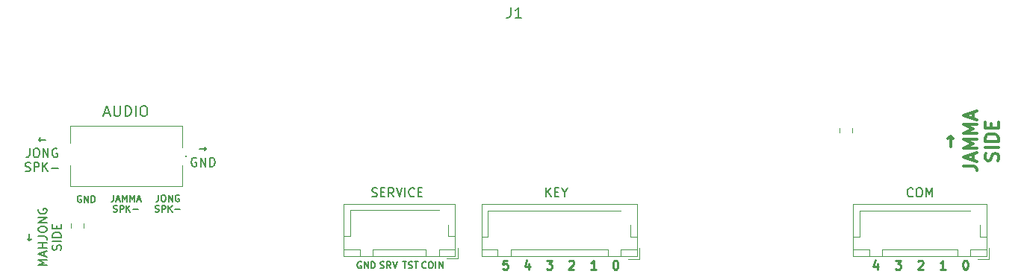
<source format=gbr>
%TF.GenerationSoftware,KiCad,Pcbnew,(6.0.8)*%
%TF.CreationDate,2022-12-30T17:29:19+02:00*%
%TF.ProjectId,mahjong_jamma_adapter,6d61686a-6f6e-4675-9f6a-616d6d615f61,rev?*%
%TF.SameCoordinates,Original*%
%TF.FileFunction,Legend,Top*%
%TF.FilePolarity,Positive*%
%FSLAX46Y46*%
G04 Gerber Fmt 4.6, Leading zero omitted, Abs format (unit mm)*
G04 Created by KiCad (PCBNEW (6.0.8)) date 2022-12-30 17:29:19*
%MOMM*%
%LPD*%
G01*
G04 APERTURE LIST*
%ADD10C,0.250000*%
%ADD11C,0.150000*%
%ADD12C,0.200000*%
%ADD13C,0.300000*%
%ADD14C,0.120000*%
%ADD15C,0.100000*%
G04 APERTURE END LIST*
D10*
X132452380Y-70452380D02*
X132547619Y-70452380D01*
X132642857Y-70500000D01*
X132690476Y-70547619D01*
X132738095Y-70642857D01*
X132785714Y-70833333D01*
X132785714Y-71071428D01*
X132738095Y-71261904D01*
X132690476Y-71357142D01*
X132642857Y-71404761D01*
X132547619Y-71452380D01*
X132452380Y-71452380D01*
X132357142Y-71404761D01*
X132309523Y-71357142D01*
X132261904Y-71261904D01*
X132214285Y-71071428D01*
X132214285Y-70833333D01*
X132261904Y-70642857D01*
X132309523Y-70547619D01*
X132357142Y-70500000D01*
X132452380Y-70452380D01*
D11*
X103667999Y-70625000D02*
X103596570Y-70589285D01*
X103489428Y-70589285D01*
X103382285Y-70625000D01*
X103310856Y-70696428D01*
X103275142Y-70767857D01*
X103239428Y-70910714D01*
X103239428Y-71017857D01*
X103275142Y-71160714D01*
X103310856Y-71232142D01*
X103382285Y-71303571D01*
X103489428Y-71339285D01*
X103560856Y-71339285D01*
X103667999Y-71303571D01*
X103703713Y-71267857D01*
X103703713Y-71017857D01*
X103560856Y-71017857D01*
X104025142Y-71339285D02*
X104025142Y-70589285D01*
X104453713Y-71339285D01*
X104453713Y-70589285D01*
X104810856Y-71339285D02*
X104810856Y-70589285D01*
X104989428Y-70589285D01*
X105096570Y-70625000D01*
X105167999Y-70696428D01*
X105203713Y-70767857D01*
X105239428Y-70910714D01*
X105239428Y-71017857D01*
X105203713Y-71160714D01*
X105167999Y-71232142D01*
X105096570Y-71303571D01*
X104989428Y-71339285D01*
X104810856Y-71339285D01*
X105839285Y-71303571D02*
X105946428Y-71339285D01*
X106125000Y-71339285D01*
X106196428Y-71303571D01*
X106232142Y-71267857D01*
X106267857Y-71196428D01*
X106267857Y-71125000D01*
X106232142Y-71053571D01*
X106196428Y-71017857D01*
X106125000Y-70982142D01*
X105982142Y-70946428D01*
X105910714Y-70910714D01*
X105875000Y-70875000D01*
X105839285Y-70803571D01*
X105839285Y-70732142D01*
X105875000Y-70660714D01*
X105910714Y-70625000D01*
X105982142Y-70589285D01*
X106160714Y-70589285D01*
X106267857Y-70625000D01*
X107017857Y-71339285D02*
X106767857Y-70982142D01*
X106589285Y-71339285D02*
X106589285Y-70589285D01*
X106875000Y-70589285D01*
X106946428Y-70625000D01*
X106982142Y-70660714D01*
X107017857Y-70732142D01*
X107017857Y-70839285D01*
X106982142Y-70910714D01*
X106946428Y-70946428D01*
X106875000Y-70982142D01*
X106589285Y-70982142D01*
X107232142Y-70589285D02*
X107482142Y-71339285D01*
X107732142Y-70589285D01*
D12*
X85369047Y-57766428D02*
X86130952Y-57766428D01*
X85940476Y-57956904D02*
X86130952Y-57766428D01*
X85940476Y-57575952D01*
X84988095Y-58805000D02*
X84892857Y-58757380D01*
X84750000Y-58757380D01*
X84607142Y-58805000D01*
X84511904Y-58900238D01*
X84464285Y-58995476D01*
X84416666Y-59185952D01*
X84416666Y-59328809D01*
X84464285Y-59519285D01*
X84511904Y-59614523D01*
X84607142Y-59709761D01*
X84750000Y-59757380D01*
X84845238Y-59757380D01*
X84988095Y-59709761D01*
X85035714Y-59662142D01*
X85035714Y-59328809D01*
X84845238Y-59328809D01*
X85464285Y-59757380D02*
X85464285Y-58757380D01*
X86035714Y-59757380D01*
X86035714Y-58757380D01*
X86511904Y-59757380D02*
X86511904Y-58757380D01*
X86750000Y-58757380D01*
X86892857Y-58805000D01*
X86988095Y-58900238D01*
X87035714Y-58995476D01*
X87083333Y-59185952D01*
X87083333Y-59328809D01*
X87035714Y-59519285D01*
X86988095Y-59614523D01*
X86892857Y-59709761D01*
X86750000Y-59757380D01*
X86511904Y-59757380D01*
D10*
X162190476Y-70785714D02*
X162190476Y-71452380D01*
X161952380Y-70404761D02*
X161714285Y-71119047D01*
X162333333Y-71119047D01*
X164206666Y-70452380D02*
X164825714Y-70452380D01*
X164492380Y-70833333D01*
X164635238Y-70833333D01*
X164730476Y-70880952D01*
X164778095Y-70928571D01*
X164825714Y-71023809D01*
X164825714Y-71261904D01*
X164778095Y-71357142D01*
X164730476Y-71404761D01*
X164635238Y-71452380D01*
X164349523Y-71452380D01*
X164254285Y-71404761D01*
X164206666Y-71357142D01*
D11*
X111017857Y-71267857D02*
X110982142Y-71303571D01*
X110875000Y-71339285D01*
X110803571Y-71339285D01*
X110696428Y-71303571D01*
X110625000Y-71232142D01*
X110589285Y-71160714D01*
X110553571Y-71017857D01*
X110553571Y-70910714D01*
X110589285Y-70767857D01*
X110625000Y-70696428D01*
X110696428Y-70625000D01*
X110803571Y-70589285D01*
X110875000Y-70589285D01*
X110982142Y-70625000D01*
X111017857Y-70660714D01*
X111482142Y-70589285D02*
X111625000Y-70589285D01*
X111696428Y-70625000D01*
X111767857Y-70696428D01*
X111803571Y-70839285D01*
X111803571Y-71089285D01*
X111767857Y-71232142D01*
X111696428Y-71303571D01*
X111625000Y-71339285D01*
X111482142Y-71339285D01*
X111410714Y-71303571D01*
X111339285Y-71232142D01*
X111303571Y-71089285D01*
X111303571Y-70839285D01*
X111339285Y-70696428D01*
X111410714Y-70625000D01*
X111482142Y-70589285D01*
X112125000Y-71339285D02*
X112125000Y-70589285D01*
X112482142Y-71339285D02*
X112482142Y-70589285D01*
X112910714Y-71339285D01*
X112910714Y-70589285D01*
D10*
X169905714Y-71452380D02*
X169334285Y-71452380D01*
X169620000Y-71452380D02*
X169620000Y-70452380D01*
X169524761Y-70595238D01*
X169429523Y-70690476D01*
X169334285Y-70738095D01*
D11*
X75607142Y-62985535D02*
X75607142Y-63521250D01*
X75571428Y-63628392D01*
X75500000Y-63699821D01*
X75392857Y-63735535D01*
X75321428Y-63735535D01*
X75928571Y-63521250D02*
X76285714Y-63521250D01*
X75857142Y-63735535D02*
X76107142Y-62985535D01*
X76357142Y-63735535D01*
X76607142Y-63735535D02*
X76607142Y-62985535D01*
X76857142Y-63521250D01*
X77107142Y-62985535D01*
X77107142Y-63735535D01*
X77464285Y-63735535D02*
X77464285Y-62985535D01*
X77714285Y-63521250D01*
X77964285Y-62985535D01*
X77964285Y-63735535D01*
X78285714Y-63521250D02*
X78642857Y-63521250D01*
X78214285Y-63735535D02*
X78464285Y-62985535D01*
X78714285Y-63735535D01*
X75571428Y-64907321D02*
X75678571Y-64943035D01*
X75857142Y-64943035D01*
X75928571Y-64907321D01*
X75964285Y-64871607D01*
X76000000Y-64800178D01*
X76000000Y-64728750D01*
X75964285Y-64657321D01*
X75928571Y-64621607D01*
X75857142Y-64585892D01*
X75714285Y-64550178D01*
X75642857Y-64514464D01*
X75607142Y-64478750D01*
X75571428Y-64407321D01*
X75571428Y-64335892D01*
X75607142Y-64264464D01*
X75642857Y-64228750D01*
X75714285Y-64193035D01*
X75892857Y-64193035D01*
X76000000Y-64228750D01*
X76321428Y-64943035D02*
X76321428Y-64193035D01*
X76607142Y-64193035D01*
X76678571Y-64228750D01*
X76714285Y-64264464D01*
X76750000Y-64335892D01*
X76750000Y-64443035D01*
X76714285Y-64514464D01*
X76678571Y-64550178D01*
X76607142Y-64585892D01*
X76321428Y-64585892D01*
X77071428Y-64943035D02*
X77071428Y-64193035D01*
X77500000Y-64943035D02*
X77178571Y-64514464D01*
X77500000Y-64193035D02*
X77071428Y-64621607D01*
X77821428Y-64657321D02*
X78392857Y-64657321D01*
D10*
X166798285Y-70547619D02*
X166845904Y-70500000D01*
X166941142Y-70452380D01*
X167179238Y-70452380D01*
X167274476Y-70500000D01*
X167322095Y-70547619D01*
X167369714Y-70642857D01*
X167369714Y-70738095D01*
X167322095Y-70880952D01*
X166750666Y-71452380D01*
X167369714Y-71452380D01*
X124666666Y-70452380D02*
X125285714Y-70452380D01*
X124952380Y-70833333D01*
X125095238Y-70833333D01*
X125190476Y-70880952D01*
X125238095Y-70928571D01*
X125285714Y-71023809D01*
X125285714Y-71261904D01*
X125238095Y-71357142D01*
X125190476Y-71404761D01*
X125095238Y-71452380D01*
X124809523Y-71452380D01*
X124714285Y-71404761D01*
X124666666Y-71357142D01*
X127214285Y-70547619D02*
X127261904Y-70500000D01*
X127357142Y-70452380D01*
X127595238Y-70452380D01*
X127690476Y-70500000D01*
X127738095Y-70547619D01*
X127785714Y-70642857D01*
X127785714Y-70738095D01*
X127738095Y-70880952D01*
X127166666Y-71452380D01*
X127785714Y-71452380D01*
D12*
X67880952Y-56711428D02*
X67119047Y-56711428D01*
X67309523Y-56901904D02*
X67119047Y-56711428D01*
X67309523Y-56520952D01*
X66095238Y-57702380D02*
X66095238Y-58416666D01*
X66047619Y-58559523D01*
X65952380Y-58654761D01*
X65809523Y-58702380D01*
X65714285Y-58702380D01*
X66761904Y-57702380D02*
X66952380Y-57702380D01*
X67047619Y-57750000D01*
X67142857Y-57845238D01*
X67190476Y-58035714D01*
X67190476Y-58369047D01*
X67142857Y-58559523D01*
X67047619Y-58654761D01*
X66952380Y-58702380D01*
X66761904Y-58702380D01*
X66666666Y-58654761D01*
X66571428Y-58559523D01*
X66523809Y-58369047D01*
X66523809Y-58035714D01*
X66571428Y-57845238D01*
X66666666Y-57750000D01*
X66761904Y-57702380D01*
X67619047Y-58702380D02*
X67619047Y-57702380D01*
X68190476Y-58702380D01*
X68190476Y-57702380D01*
X69190476Y-57750000D02*
X69095238Y-57702380D01*
X68952380Y-57702380D01*
X68809523Y-57750000D01*
X68714285Y-57845238D01*
X68666666Y-57940476D01*
X68619047Y-58130952D01*
X68619047Y-58273809D01*
X68666666Y-58464285D01*
X68714285Y-58559523D01*
X68809523Y-58654761D01*
X68952380Y-58702380D01*
X69047619Y-58702380D01*
X69190476Y-58654761D01*
X69238095Y-58607142D01*
X69238095Y-58273809D01*
X69047619Y-58273809D01*
X65595238Y-60264761D02*
X65738095Y-60312380D01*
X65976190Y-60312380D01*
X66071428Y-60264761D01*
X66119047Y-60217142D01*
X66166666Y-60121904D01*
X66166666Y-60026666D01*
X66119047Y-59931428D01*
X66071428Y-59883809D01*
X65976190Y-59836190D01*
X65785714Y-59788571D01*
X65690476Y-59740952D01*
X65642857Y-59693333D01*
X65595238Y-59598095D01*
X65595238Y-59502857D01*
X65642857Y-59407619D01*
X65690476Y-59360000D01*
X65785714Y-59312380D01*
X66023809Y-59312380D01*
X66166666Y-59360000D01*
X66595238Y-60312380D02*
X66595238Y-59312380D01*
X66976190Y-59312380D01*
X67071428Y-59360000D01*
X67119047Y-59407619D01*
X67166666Y-59502857D01*
X67166666Y-59645714D01*
X67119047Y-59740952D01*
X67071428Y-59788571D01*
X66976190Y-59836190D01*
X66595238Y-59836190D01*
X67595238Y-60312380D02*
X67595238Y-59312380D01*
X68166666Y-60312380D02*
X67738095Y-59740952D01*
X68166666Y-59312380D02*
X67595238Y-59883809D01*
X68595238Y-59931428D02*
X69357142Y-59931428D01*
X66061428Y-67419047D02*
X66061428Y-68180952D01*
X66251904Y-67990476D02*
X66061428Y-68180952D01*
X65870952Y-67990476D01*
X68052380Y-71014285D02*
X67052380Y-71014285D01*
X67766666Y-70680952D01*
X67052380Y-70347619D01*
X68052380Y-70347619D01*
X67766666Y-69919047D02*
X67766666Y-69442857D01*
X68052380Y-70014285D02*
X67052380Y-69680952D01*
X68052380Y-69347619D01*
X68052380Y-69014285D02*
X67052380Y-69014285D01*
X67528571Y-69014285D02*
X67528571Y-68442857D01*
X68052380Y-68442857D02*
X67052380Y-68442857D01*
X67052380Y-67680952D02*
X67766666Y-67680952D01*
X67909523Y-67728571D01*
X68004761Y-67823809D01*
X68052380Y-67966666D01*
X68052380Y-68061904D01*
X67052380Y-67014285D02*
X67052380Y-66823809D01*
X67100000Y-66728571D01*
X67195238Y-66633333D01*
X67385714Y-66585714D01*
X67719047Y-66585714D01*
X67909523Y-66633333D01*
X68004761Y-66728571D01*
X68052380Y-66823809D01*
X68052380Y-67014285D01*
X68004761Y-67109523D01*
X67909523Y-67204761D01*
X67719047Y-67252380D01*
X67385714Y-67252380D01*
X67195238Y-67204761D01*
X67100000Y-67109523D01*
X67052380Y-67014285D01*
X68052380Y-66157142D02*
X67052380Y-66157142D01*
X68052380Y-65585714D01*
X67052380Y-65585714D01*
X67100000Y-64585714D02*
X67052380Y-64680952D01*
X67052380Y-64823809D01*
X67100000Y-64966666D01*
X67195238Y-65061904D01*
X67290476Y-65109523D01*
X67480952Y-65157142D01*
X67623809Y-65157142D01*
X67814285Y-65109523D01*
X67909523Y-65061904D01*
X68004761Y-64966666D01*
X68052380Y-64823809D01*
X68052380Y-64728571D01*
X68004761Y-64585714D01*
X67957142Y-64538095D01*
X67623809Y-64538095D01*
X67623809Y-64728571D01*
X69614761Y-69276190D02*
X69662380Y-69133333D01*
X69662380Y-68895238D01*
X69614761Y-68800000D01*
X69567142Y-68752380D01*
X69471904Y-68704761D01*
X69376666Y-68704761D01*
X69281428Y-68752380D01*
X69233809Y-68800000D01*
X69186190Y-68895238D01*
X69138571Y-69085714D01*
X69090952Y-69180952D01*
X69043333Y-69228571D01*
X68948095Y-69276190D01*
X68852857Y-69276190D01*
X68757619Y-69228571D01*
X68710000Y-69180952D01*
X68662380Y-69085714D01*
X68662380Y-68847619D01*
X68710000Y-68704761D01*
X69662380Y-68276190D02*
X68662380Y-68276190D01*
X69662380Y-67800000D02*
X68662380Y-67800000D01*
X68662380Y-67561904D01*
X68710000Y-67419047D01*
X68805238Y-67323809D01*
X68900476Y-67276190D01*
X69090952Y-67228571D01*
X69233809Y-67228571D01*
X69424285Y-67276190D01*
X69519523Y-67323809D01*
X69614761Y-67419047D01*
X69662380Y-67561904D01*
X69662380Y-67800000D01*
X69138571Y-66800000D02*
X69138571Y-66466666D01*
X69662380Y-66323809D02*
X69662380Y-66800000D01*
X68662380Y-66800000D01*
X68662380Y-66323809D01*
D10*
X120238095Y-70452380D02*
X119761904Y-70452380D01*
X119714285Y-70928571D01*
X119761904Y-70880952D01*
X119857142Y-70833333D01*
X120095238Y-70833333D01*
X120190476Y-70880952D01*
X120238095Y-70928571D01*
X120285714Y-71023809D01*
X120285714Y-71261904D01*
X120238095Y-71357142D01*
X120190476Y-71404761D01*
X120095238Y-71452380D01*
X119857142Y-71452380D01*
X119761904Y-71404761D01*
X119714285Y-71357142D01*
D11*
X80696428Y-62985535D02*
X80696428Y-63521250D01*
X80660714Y-63628392D01*
X80589285Y-63699821D01*
X80482142Y-63735535D01*
X80410714Y-63735535D01*
X81196428Y-62985535D02*
X81339285Y-62985535D01*
X81410714Y-63021250D01*
X81482142Y-63092678D01*
X81517857Y-63235535D01*
X81517857Y-63485535D01*
X81482142Y-63628392D01*
X81410714Y-63699821D01*
X81339285Y-63735535D01*
X81196428Y-63735535D01*
X81125000Y-63699821D01*
X81053571Y-63628392D01*
X81017857Y-63485535D01*
X81017857Y-63235535D01*
X81053571Y-63092678D01*
X81125000Y-63021250D01*
X81196428Y-62985535D01*
X81839285Y-63735535D02*
X81839285Y-62985535D01*
X82267857Y-63735535D01*
X82267857Y-62985535D01*
X83017857Y-63021250D02*
X82946428Y-62985535D01*
X82839285Y-62985535D01*
X82732142Y-63021250D01*
X82660714Y-63092678D01*
X82625000Y-63164107D01*
X82589285Y-63306964D01*
X82589285Y-63414107D01*
X82625000Y-63556964D01*
X82660714Y-63628392D01*
X82732142Y-63699821D01*
X82839285Y-63735535D01*
X82910714Y-63735535D01*
X83017857Y-63699821D01*
X83053571Y-63664107D01*
X83053571Y-63414107D01*
X82910714Y-63414107D01*
X80321428Y-64907321D02*
X80428571Y-64943035D01*
X80607142Y-64943035D01*
X80678571Y-64907321D01*
X80714285Y-64871607D01*
X80750000Y-64800178D01*
X80750000Y-64728750D01*
X80714285Y-64657321D01*
X80678571Y-64621607D01*
X80607142Y-64585892D01*
X80464285Y-64550178D01*
X80392857Y-64514464D01*
X80357142Y-64478750D01*
X80321428Y-64407321D01*
X80321428Y-64335892D01*
X80357142Y-64264464D01*
X80392857Y-64228750D01*
X80464285Y-64193035D01*
X80642857Y-64193035D01*
X80750000Y-64228750D01*
X81071428Y-64943035D02*
X81071428Y-64193035D01*
X81357142Y-64193035D01*
X81428571Y-64228750D01*
X81464285Y-64264464D01*
X81500000Y-64335892D01*
X81500000Y-64443035D01*
X81464285Y-64514464D01*
X81428571Y-64550178D01*
X81357142Y-64585892D01*
X81071428Y-64585892D01*
X81821428Y-64943035D02*
X81821428Y-64193035D01*
X82250000Y-64943035D02*
X81928571Y-64514464D01*
X82250000Y-64193035D02*
X81821428Y-64621607D01*
X82571428Y-64657321D02*
X83142857Y-64657321D01*
D13*
X170492142Y-57471428D02*
X170492142Y-56328571D01*
X170777857Y-56614285D02*
X170492142Y-56328571D01*
X170206428Y-56614285D01*
X171978571Y-59685714D02*
X173050000Y-59685714D01*
X173264285Y-59757142D01*
X173407142Y-59900000D01*
X173478571Y-60114285D01*
X173478571Y-60257142D01*
X173050000Y-59042857D02*
X173050000Y-58328571D01*
X173478571Y-59185714D02*
X171978571Y-58685714D01*
X173478571Y-58185714D01*
X173478571Y-57685714D02*
X171978571Y-57685714D01*
X173050000Y-57185714D01*
X171978571Y-56685714D01*
X173478571Y-56685714D01*
X173478571Y-55971428D02*
X171978571Y-55971428D01*
X173050000Y-55471428D01*
X171978571Y-54971428D01*
X173478571Y-54971428D01*
X173050000Y-54328571D02*
X173050000Y-53614285D01*
X173478571Y-54471428D02*
X171978571Y-53971428D01*
X173478571Y-53471428D01*
X175822142Y-59114285D02*
X175893571Y-58900000D01*
X175893571Y-58542857D01*
X175822142Y-58400000D01*
X175750714Y-58328571D01*
X175607857Y-58257142D01*
X175465000Y-58257142D01*
X175322142Y-58328571D01*
X175250714Y-58400000D01*
X175179285Y-58542857D01*
X175107857Y-58828571D01*
X175036428Y-58971428D01*
X174965000Y-59042857D01*
X174822142Y-59114285D01*
X174679285Y-59114285D01*
X174536428Y-59042857D01*
X174465000Y-58971428D01*
X174393571Y-58828571D01*
X174393571Y-58471428D01*
X174465000Y-58257142D01*
X175893571Y-57614285D02*
X174393571Y-57614285D01*
X175893571Y-56900000D02*
X174393571Y-56900000D01*
X174393571Y-56542857D01*
X174465000Y-56328571D01*
X174607857Y-56185714D01*
X174750714Y-56114285D01*
X175036428Y-56042857D01*
X175250714Y-56042857D01*
X175536428Y-56114285D01*
X175679285Y-56185714D01*
X175822142Y-56328571D01*
X175893571Y-56542857D01*
X175893571Y-56900000D01*
X175107857Y-55400000D02*
X175107857Y-54900000D01*
X175893571Y-54685714D02*
X175893571Y-55400000D01*
X174393571Y-55400000D01*
X174393571Y-54685714D01*
D10*
X122690476Y-70785714D02*
X122690476Y-71452380D01*
X122452380Y-70404761D02*
X122214285Y-71119047D01*
X122833333Y-71119047D01*
X172112380Y-70452380D02*
X172207619Y-70452380D01*
X172302857Y-70500000D01*
X172350476Y-70547619D01*
X172398095Y-70642857D01*
X172445714Y-70833333D01*
X172445714Y-71071428D01*
X172398095Y-71261904D01*
X172350476Y-71357142D01*
X172302857Y-71404761D01*
X172207619Y-71452380D01*
X172112380Y-71452380D01*
X172017142Y-71404761D01*
X171969523Y-71357142D01*
X171921904Y-71261904D01*
X171874285Y-71071428D01*
X171874285Y-70833333D01*
X171921904Y-70642857D01*
X171969523Y-70547619D01*
X172017142Y-70500000D01*
X172112380Y-70452380D01*
D11*
X71928571Y-63125000D02*
X71857142Y-63089285D01*
X71750000Y-63089285D01*
X71642857Y-63125000D01*
X71571428Y-63196428D01*
X71535714Y-63267857D01*
X71500000Y-63410714D01*
X71500000Y-63517857D01*
X71535714Y-63660714D01*
X71571428Y-63732142D01*
X71642857Y-63803571D01*
X71750000Y-63839285D01*
X71821428Y-63839285D01*
X71928571Y-63803571D01*
X71964285Y-63767857D01*
X71964285Y-63517857D01*
X71821428Y-63517857D01*
X72285714Y-63839285D02*
X72285714Y-63089285D01*
X72714285Y-63839285D01*
X72714285Y-63089285D01*
X73071428Y-63839285D02*
X73071428Y-63089285D01*
X73250000Y-63089285D01*
X73357142Y-63125000D01*
X73428571Y-63196428D01*
X73464285Y-63267857D01*
X73500000Y-63410714D01*
X73500000Y-63517857D01*
X73464285Y-63660714D01*
X73428571Y-63732142D01*
X73357142Y-63803571D01*
X73250000Y-63839285D01*
X73071428Y-63839285D01*
X108392857Y-70589285D02*
X108821428Y-70589285D01*
X108607142Y-71339285D02*
X108607142Y-70589285D01*
X109035714Y-71303571D02*
X109142857Y-71339285D01*
X109321428Y-71339285D01*
X109392857Y-71303571D01*
X109428571Y-71267857D01*
X109464285Y-71196428D01*
X109464285Y-71125000D01*
X109428571Y-71053571D01*
X109392857Y-71017857D01*
X109321428Y-70982142D01*
X109178571Y-70946428D01*
X109107142Y-70910714D01*
X109071428Y-70875000D01*
X109035714Y-70803571D01*
X109035714Y-70732142D01*
X109071428Y-70660714D01*
X109107142Y-70625000D01*
X109178571Y-70589285D01*
X109357142Y-70589285D01*
X109464285Y-70625000D01*
X109678571Y-70589285D02*
X110107142Y-70589285D01*
X109892857Y-71339285D02*
X109892857Y-70589285D01*
D10*
X130285714Y-71452380D02*
X129714285Y-71452380D01*
X130000000Y-71452380D02*
X130000000Y-70452380D01*
X129904761Y-70595238D01*
X129809523Y-70690476D01*
X129714285Y-70738095D01*
D11*
%TO.C,SERVICE*%
X104892857Y-63154761D02*
X105035714Y-63202380D01*
X105273809Y-63202380D01*
X105369047Y-63154761D01*
X105416666Y-63107142D01*
X105464285Y-63011904D01*
X105464285Y-62916666D01*
X105416666Y-62821428D01*
X105369047Y-62773809D01*
X105273809Y-62726190D01*
X105083333Y-62678571D01*
X104988095Y-62630952D01*
X104940476Y-62583333D01*
X104892857Y-62488095D01*
X104892857Y-62392857D01*
X104940476Y-62297619D01*
X104988095Y-62250000D01*
X105083333Y-62202380D01*
X105321428Y-62202380D01*
X105464285Y-62250000D01*
X105892857Y-62678571D02*
X106226190Y-62678571D01*
X106369047Y-63202380D02*
X105892857Y-63202380D01*
X105892857Y-62202380D01*
X106369047Y-62202380D01*
X107369047Y-63202380D02*
X107035714Y-62726190D01*
X106797619Y-63202380D02*
X106797619Y-62202380D01*
X107178571Y-62202380D01*
X107273809Y-62250000D01*
X107321428Y-62297619D01*
X107369047Y-62392857D01*
X107369047Y-62535714D01*
X107321428Y-62630952D01*
X107273809Y-62678571D01*
X107178571Y-62726190D01*
X106797619Y-62726190D01*
X107654761Y-62202380D02*
X107988095Y-63202380D01*
X108321428Y-62202380D01*
X108654761Y-63202380D02*
X108654761Y-62202380D01*
X109702380Y-63107142D02*
X109654761Y-63154761D01*
X109511904Y-63202380D01*
X109416666Y-63202380D01*
X109273809Y-63154761D01*
X109178571Y-63059523D01*
X109130952Y-62964285D01*
X109083333Y-62773809D01*
X109083333Y-62630952D01*
X109130952Y-62440476D01*
X109178571Y-62345238D01*
X109273809Y-62250000D01*
X109416666Y-62202380D01*
X109511904Y-62202380D01*
X109654761Y-62250000D01*
X109702380Y-62297619D01*
X110130952Y-62678571D02*
X110464285Y-62678571D01*
X110607142Y-63202380D02*
X110130952Y-63202380D01*
X110130952Y-62202380D01*
X110607142Y-62202380D01*
%TO.C,AUDIO*%
X74571428Y-53700000D02*
X75142857Y-53700000D01*
X74457142Y-54042857D02*
X74857142Y-52842857D01*
X75257142Y-54042857D01*
X75657142Y-52842857D02*
X75657142Y-53814285D01*
X75714285Y-53928571D01*
X75771428Y-53985714D01*
X75885714Y-54042857D01*
X76114285Y-54042857D01*
X76228571Y-53985714D01*
X76285714Y-53928571D01*
X76342857Y-53814285D01*
X76342857Y-52842857D01*
X76914285Y-54042857D02*
X76914285Y-52842857D01*
X77200000Y-52842857D01*
X77371428Y-52900000D01*
X77485714Y-53014285D01*
X77542857Y-53128571D01*
X77600000Y-53357142D01*
X77600000Y-53528571D01*
X77542857Y-53757142D01*
X77485714Y-53871428D01*
X77371428Y-53985714D01*
X77200000Y-54042857D01*
X76914285Y-54042857D01*
X78114285Y-54042857D02*
X78114285Y-52842857D01*
X78914285Y-52842857D02*
X79142857Y-52842857D01*
X79257142Y-52900000D01*
X79371428Y-53014285D01*
X79428571Y-53242857D01*
X79428571Y-53642857D01*
X79371428Y-53871428D01*
X79257142Y-53985714D01*
X79142857Y-54042857D01*
X78914285Y-54042857D01*
X78800000Y-53985714D01*
X78685714Y-53871428D01*
X78628571Y-53642857D01*
X78628571Y-53242857D01*
X78685714Y-53014285D01*
X78800000Y-52900000D01*
X78914285Y-52842857D01*
%TO.C,COM*%
X166214285Y-63107142D02*
X166166666Y-63154761D01*
X166023809Y-63202380D01*
X165928571Y-63202380D01*
X165785714Y-63154761D01*
X165690476Y-63059523D01*
X165642857Y-62964285D01*
X165595238Y-62773809D01*
X165595238Y-62630952D01*
X165642857Y-62440476D01*
X165690476Y-62345238D01*
X165785714Y-62250000D01*
X165928571Y-62202380D01*
X166023809Y-62202380D01*
X166166666Y-62250000D01*
X166214285Y-62297619D01*
X166833333Y-62202380D02*
X167023809Y-62202380D01*
X167119047Y-62250000D01*
X167214285Y-62345238D01*
X167261904Y-62535714D01*
X167261904Y-62869047D01*
X167214285Y-63059523D01*
X167119047Y-63154761D01*
X167023809Y-63202380D01*
X166833333Y-63202380D01*
X166738095Y-63154761D01*
X166642857Y-63059523D01*
X166595238Y-62869047D01*
X166595238Y-62535714D01*
X166642857Y-62345238D01*
X166738095Y-62250000D01*
X166833333Y-62202380D01*
X167690476Y-63202380D02*
X167690476Y-62202380D01*
X168023809Y-62916666D01*
X168357142Y-62202380D01*
X168357142Y-63202380D01*
%TO.C,KEY*%
X124607142Y-63202380D02*
X124607142Y-62202380D01*
X125178571Y-63202380D02*
X124750000Y-62630952D01*
X125178571Y-62202380D02*
X124607142Y-62773809D01*
X125607142Y-62678571D02*
X125940476Y-62678571D01*
X126083333Y-63202380D02*
X125607142Y-63202380D01*
X125607142Y-62202380D01*
X126083333Y-62202380D01*
X126702380Y-62726190D02*
X126702380Y-63202380D01*
X126369047Y-62202380D02*
X126702380Y-62726190D01*
X127035714Y-62202380D01*
%TO.C,J1*%
X120620000Y-41642857D02*
X120620000Y-42500000D01*
X120562857Y-42671428D01*
X120448571Y-42785714D01*
X120277142Y-42842857D01*
X120162857Y-42842857D01*
X121820000Y-42842857D02*
X121134285Y-42842857D01*
X121477142Y-42842857D02*
X121477142Y-41642857D01*
X121362857Y-41814285D01*
X121248571Y-41928571D01*
X121134285Y-41985714D01*
D14*
%TO.C,SERVICE*%
X101690000Y-63990000D02*
X101690000Y-69960000D01*
X114300000Y-69950000D02*
X114300000Y-69200000D01*
X105000000Y-69950000D02*
X111000000Y-69950000D01*
X103500000Y-69200000D02*
X101700000Y-69200000D01*
X114600000Y-70250000D02*
X114600000Y-69000000D01*
X102450000Y-64750000D02*
X108000000Y-64750000D01*
X113550000Y-67700000D02*
X113550000Y-66360000D01*
X108000000Y-64750000D02*
X112490000Y-64750000D01*
X111000000Y-69950000D02*
X111000000Y-69200000D01*
X112500000Y-69950000D02*
X114300000Y-69950000D01*
X114310000Y-69960000D02*
X114310000Y-63990000D01*
X101700000Y-67700000D02*
X102450000Y-67700000D01*
X112500000Y-69200000D02*
X112500000Y-69950000D01*
X114310000Y-63990000D02*
X101690000Y-63990000D01*
X105000000Y-69200000D02*
X105000000Y-69950000D01*
X103500000Y-69950000D02*
X103500000Y-69200000D01*
X111000000Y-69200000D02*
X105000000Y-69200000D01*
X102450000Y-67700000D02*
X102450000Y-64750000D01*
X114300000Y-69200000D02*
X112500000Y-69200000D01*
X101700000Y-69950000D02*
X103500000Y-69950000D01*
X114300000Y-67700000D02*
X113550000Y-67700000D01*
X113350000Y-70250000D02*
X114600000Y-70250000D01*
X101700000Y-69200000D02*
X101700000Y-69950000D01*
X101690000Y-69960000D02*
X114310000Y-69960000D01*
%TO.C,COM*%
X161250000Y-69985000D02*
X161250000Y-69235000D01*
X171250000Y-69985000D02*
X171250000Y-69235000D01*
X174560000Y-64025000D02*
X159440000Y-64025000D01*
X159440000Y-69995000D02*
X174560000Y-69995000D01*
X172750000Y-69985000D02*
X174550000Y-69985000D01*
X159450000Y-69235000D02*
X159450000Y-69985000D01*
X174550000Y-69985000D02*
X174550000Y-69235000D01*
X162750000Y-69235000D02*
X162750000Y-69985000D01*
X161250000Y-69235000D02*
X159450000Y-69235000D01*
X174550000Y-69235000D02*
X172750000Y-69235000D01*
X173800000Y-67735000D02*
X173800000Y-66395000D01*
X167000000Y-64785000D02*
X172740000Y-64785000D01*
X159450000Y-67735000D02*
X160200000Y-67735000D01*
X172750000Y-69235000D02*
X172750000Y-69985000D01*
X160200000Y-67735000D02*
X160200000Y-64785000D01*
X171250000Y-69235000D02*
X162750000Y-69235000D01*
X174850000Y-70285000D02*
X174850000Y-69035000D01*
X159450000Y-69985000D02*
X161250000Y-69985000D01*
X160200000Y-64785000D02*
X167000000Y-64785000D01*
X173600000Y-70285000D02*
X174850000Y-70285000D01*
X174550000Y-67735000D02*
X173800000Y-67735000D01*
X174560000Y-69995000D02*
X174560000Y-64025000D01*
X159440000Y-64025000D02*
X159440000Y-69995000D01*
X162750000Y-69985000D02*
X171250000Y-69985000D01*
%TO.C,JMP2*%
X72235000Y-66272936D02*
X72235000Y-66727064D01*
X70765000Y-66272936D02*
X70765000Y-66727064D01*
D15*
%TO.C,SW1*%
X70700000Y-59600000D02*
X70700000Y-62029000D01*
X70700000Y-62029000D02*
X83400000Y-62029000D01*
X70700000Y-55171000D02*
X70700000Y-57100000D01*
X83400000Y-55171000D02*
X70700000Y-55171000D01*
X83750000Y-58600000D02*
X83750000Y-58600000D01*
X83400000Y-62029000D02*
X83400000Y-59600000D01*
X83400000Y-57600000D02*
X83400000Y-55171000D01*
X83850000Y-58600000D02*
X83850000Y-58600000D01*
X83750000Y-58600000D02*
G75*
G03*
X83850000Y-58600000I50000J0D01*
G01*
X83850000Y-58600000D02*
G75*
G03*
X83750000Y-58600000I-50000J0D01*
G01*
D14*
%TO.C,KEY*%
X134910000Y-69235000D02*
X133110000Y-69235000D01*
X120610000Y-69235000D02*
X120610000Y-69985000D01*
X134910000Y-69985000D02*
X134910000Y-69235000D01*
X117310000Y-69235000D02*
X117310000Y-69985000D01*
X117300000Y-69995000D02*
X134920000Y-69995000D01*
X131610000Y-69985000D02*
X131610000Y-69235000D01*
X117300000Y-64025000D02*
X117300000Y-69995000D01*
X118060000Y-67735000D02*
X118060000Y-64785000D01*
X135210000Y-70285000D02*
X135210000Y-69035000D01*
X119110000Y-69985000D02*
X119110000Y-69235000D01*
X134160000Y-67735000D02*
X134160000Y-66395000D01*
X134920000Y-69995000D02*
X134920000Y-64025000D01*
X118060000Y-64785000D02*
X126110000Y-64785000D01*
X133110000Y-69985000D02*
X134910000Y-69985000D01*
X131610000Y-69235000D02*
X120610000Y-69235000D01*
X126110000Y-64785000D02*
X133100000Y-64785000D01*
X133960000Y-70285000D02*
X135210000Y-70285000D01*
X119110000Y-69235000D02*
X117310000Y-69235000D01*
X134920000Y-64025000D02*
X117300000Y-64025000D01*
X117310000Y-67735000D02*
X118060000Y-67735000D01*
X134910000Y-67735000D02*
X134160000Y-67735000D01*
X117310000Y-69985000D02*
X119110000Y-69985000D01*
X133110000Y-69235000D02*
X133110000Y-69985000D01*
X120610000Y-69985000D02*
X131610000Y-69985000D01*
%TO.C,JMP1*%
X157865000Y-55877064D02*
X157865000Y-55422936D01*
X159335000Y-55877064D02*
X159335000Y-55422936D01*
%TD*%
M02*

</source>
